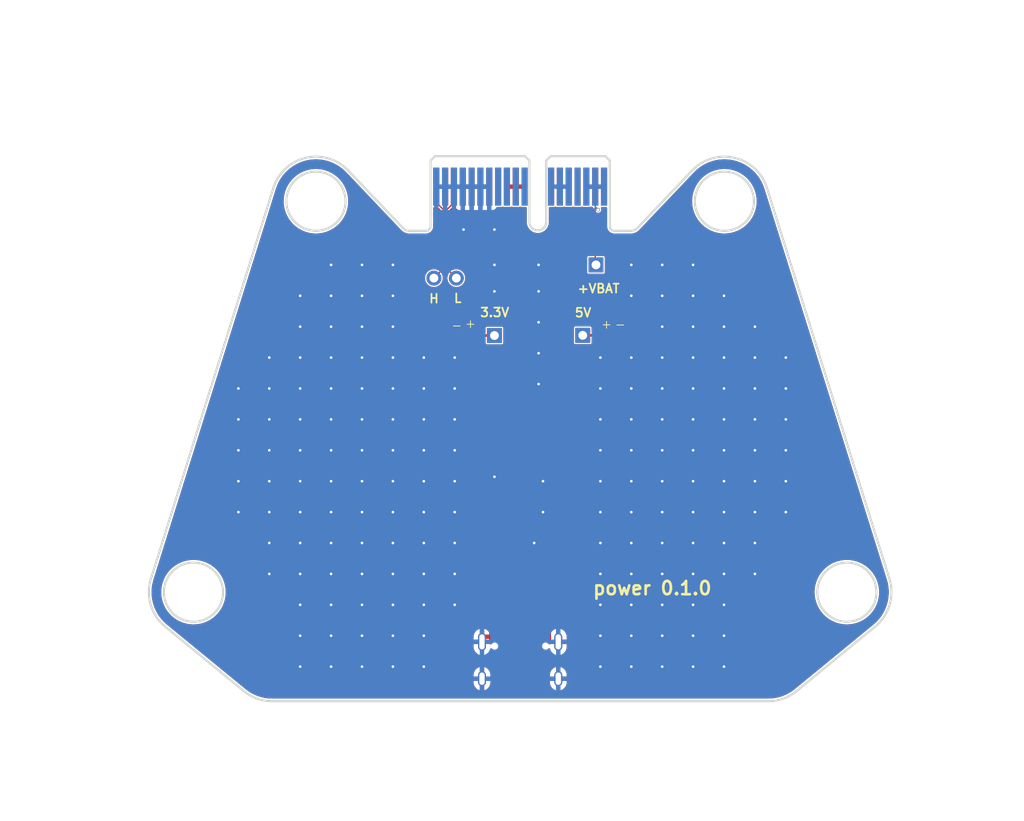
<source format=kicad_pcb>
(kicad_pcb (version 20240108) (generator "pcbnew") (generator_version "8.0")
  (layers (0 "F.Cu" signal) (31 "B.Cu" signal) (34 "B.Paste" user) (35 "F.Paste" user) (36 "B.SilkS" user "B.Silkscreen") (37 "F.SilkS" user "F.Silkscreen") (38 "B.Mask" user) (39 "F.Mask" user) (44 "Edge.Cuts" user))
  (net 0 "")
  (net 7 "GND")
  (net 8 "+3.3V")
  (net 9 "+5V")
  (net 10 "Net-(J6-CC1)")
  (net 11 "Net-(J6-CC2)")
  (net 14 "CANN")
  (net 15 "CANP")
  (net 19 "+BAT")
  (net 20 "Net-(D1-K)")
  (net 21 "Net-(D2-K)")
  (footprint "Connector_PinHeader_2.54mm:PinHeader_1x01_P2.54mm_Vertical" (layer "F.Cu") (at 153.5 80.98)
    (property "Reference" "TP1" (hide yes))
    (property "Value" "TestPoint" (hide yes))
    (pad "1" thru_hole rect (at 0 0) (size 1.7 1.7) (drill 1) (layers "*.Cu" "*.Mask") (net 9 "+5V"))
  )
  (footprint "Connector_USB:USB_C_Receptacle_Palconn_UTC16-G" (layer "F.Cu") (at 146.41 117.625)
    (property "Reference" "J6" (hide yes))
    (property "Value" "USB_C_Receptacle_USB2.0_16P" (hide yes))
    (pad "" np_thru_hole circle (at -2.89 -1.45 180) (size 0.6 0.6) (drill 0.6) (layers "*.Cu" "*.Mask"))
    (pad "" np_thru_hole circle (at 2.89 -1.45 180) (size 0.6 0.6) (drill 0.6) (layers "*.Cu" "*.Mask"))
    (pad "A1" smd rect (at -3.2 -2.51) (size 0.6 1.16) (layers "F.Cu" "F.Paste" "F.Mask") (net 7 "GND"))
    (pad "A4" smd rect (at -2.4 -2.51) (size 0.6 1.16) (layers "F.Cu" "F.Paste" "F.Mask") (net 9 "+5V"))
    (pad "A5" smd rect (at -1.25 -2.51 180) (size 0.3 1.16) (layers "F.Cu" "F.Paste" "F.Mask") (net 10 "Net-(J6-CC1)"))
    (pad "A6" smd rect (at -0.25 -2.51 180) (size 0.3 1.16) (layers "F.Cu" "F.Paste" "F.Mask"))
    (pad "A7" smd rect (at 0.25 -2.51 180) (size 0.3 1.16) (layers "F.Cu" "F.Paste" "F.Mask"))
    (pad "A8" smd rect (at 1.25 -2.51 180) (size 0.3 1.16) (layers "F.Cu" "F.Paste" "F.Mask"))
    (pad "A9" smd rect (at 2.4 -2.51) (size 0.6 1.16) (layers "F.Cu" "F.Paste" "F.Mask") (net 9 "+5V"))
    (pad "A12" smd rect (at 3.2 -2.51) (size 0.6 1.16) (layers "F.Cu" "F.Paste" "F.Mask") (net 7 "GND"))
    (pad "B1" smd rect (at 3.2 -2.51) (size 0.6 1.16) (layers "F.Cu" "F.Paste" "F.Mask") (net 7 "GND"))
    (pad "B4" smd rect (at 2.4 -2.51) (size 0.6 1.16) (layers "F.Cu" "F.Paste" "F.Mask") (net 9 "+5V"))
    (pad "B5" smd rect (at 1.75 -2.51 180) (size 0.3 1.16) (layers "F.Cu" "F.Paste" "F.Mask") (net 11 "Net-(J6-CC2)"))
    (pad "B6" smd rect (at 0.75 -2.51 180) (size 0.3 1.16) (layers "F.Cu" "F.Paste" "F.Mask"))
    (pad "B7" smd rect (at -0.75 -2.51 180) (size 0.3 1.16) (layers "F.Cu" "F.Paste" "F.Mask"))
    (pad "B8" smd rect (at -1.75 -2.51 180) (size 0.3 1.16) (layers "F.Cu" "F.Paste" "F.Mask"))
    (pad "B9" smd rect (at -2.4 -2.51) (size 0.6 1.16) (layers "F.Cu" "F.Paste" "F.Mask") (net 9 "+5V"))
    (pad "B12" smd rect (at -3.2 -2.51) (size 0.6 1.16) (layers "F.Cu" "F.Paste" "F.Mask") (net 7 "GND"))
    (pad "S1" thru_hole oval (at -4.32 -1.93 90) (size 2 0.9) (drill oval 1.7 0.6) (layers "*.Cu" "*.Mask") (net 7 "GND"))
    (pad "S1" thru_hole oval (at -4.32 2.24 90) (size 1.7 0.9) (drill oval 1.4 0.6) (layers "*.Cu" "*.Mask") (net 7 "GND"))
    (pad "S1" thru_hole oval (at 4.32 -1.93 90) (size 2 0.9) (drill oval 1.7 0.6) (layers "*.Cu" "*.Mask") (net 7 "GND"))
    (pad "S1" thru_hole oval (at 4.32 2.24 90) (size 1.7 0.9) (drill oval 1.4 0.6) (layers "*.Cu" "*.Mask") (net 7 "GND"))
  )
  (footprint "LED_SMD:LED_0603_1608Metric" (layer "F.Cu") (at 140 81)
    (property "Reference" "D1" (hide yes))
    (property "Value" "LED")
    (fp_text user "+" (at 0.101332 -0.76628 0) (layer "F.SilkS") (effects (font (thickness 0.1)) (justify left bottom)))
    (fp_text user "-" (at -1.458247 -0.570737 0) (layer "F.SilkS") (effects (font (thickness 0.1)) (justify left bottom)))
    (pad "1" smd roundrect (at -0.7875 0) (size 0.875 0.95) (layers "F.Cu" "F.Paste" "F.Mask") (net 20 "Net-(D1-K)"))
    (pad "2" smd roundrect (at 0.7875 0) (size 0.875 0.95) (layers "F.Cu" "F.Paste" "F.Mask") (net 8 "+3.3V"))
  )
  (footprint "Resistor_SMD:R_0402_1005Metric" (layer "F.Cu") (at 140 118 90)
    (property "Reference" "R3" (hide yes))
    (property "Value" "5.1k")
    (pad "1" smd roundrect (at -0.51 0 90) (size 0.54 0.64) (layers "F.Cu" "F.Paste" "F.Mask") (net 7 "GND"))
    (pad "2" smd roundrect (at 0.51 0 90) (size 0.54 0.64) (layers "F.Cu" "F.Paste" "F.Mask") (net 10 "Net-(J6-CC1)"))
  )
  (footprint "Connector_PinHeader_2.54mm:PinHeader_1x01_P2.54mm_Vertical" (layer "F.Cu") (at 155 73)
    (property "Reference" "TP3" (hide yes))
    (property "Value" "TestPoint" (hide yes))
    (pad "1" thru_hole rect (at 0 0) (size 1.7 1.7) (drill 1) (layers "*.Cu" "*.Mask") (net 19 "+BAT"))
  )
  (footprint "Resistor_SMD:R_0402_1005Metric" (layer "F.Cu") (at 153 117.99 -90)
    (property "Reference" "R4" (hide yes))
    (property "Value" "5.1k")
    (pad "1" smd roundrect (at -0.51 0 270) (size 0.54 0.64) (layers "F.Cu" "F.Paste" "F.Mask") (net 11 "Net-(J6-CC2)"))
    (pad "2" smd roundrect (at 0.51 0 270) (size 0.54 0.64) (layers "F.Cu" "F.Paste" "F.Mask") (net 7 "GND"))
  )
  (footprint "Resistor_SMD:R_0603_1608Metric" (layer "F.Cu") (at 160.175 80.98)
    (property "Reference" "R2" (hide yes))
    (property "Value" "150")
    (pad "1" smd roundrect (at -0.825 0) (size 0.8 0.95) (layers "F.Cu" "F.Paste" "F.Mask") (net 21 "Net-(D2-K)"))
    (pad "2" smd roundrect (at 0.825 0) (size 0.8 0.95) (layers "F.Cu" "F.Paste" "F.Mask") (net 7 "GND"))
  )
  (footprint "Connector_PinHeader_2.54mm:PinHeader_1x01_P2.54mm_Vertical" (layer "F.Cu") (at 143.5 81)
    (property "Reference" "TP2" (hide yes))
    (property "Value" "TestPoint" (hide yes))
    (pad "1" thru_hole rect (at 0 0) (size 1.7 1.7) (drill 1) (layers "*.Cu" "*.Mask") (net 8 "+3.3V"))
  )
  (footprint "Connector_PinHeader_2.54mm:PinHeader_1x02_P2.54mm_Vertical" (layer "F.Cu") (at 136.643 74.5 90)
    (property "Reference" "J2" (hide yes))
    (property "Value" "Conn_01x02_Pin" (hide yes))
    (pad "1" thru_hole circle (at 0 0 90) (size 1.7 1.7) (drill 1) (layers "*.Cu" "*.Mask") (net 15 "CANP"))
    (pad "2" thru_hole oval (at 0 2.54 90) (size 1.7 1.7) (drill 1) (layers "*.Cu" "*.Mask") (net 14 "CANN"))
  )
  (footprint "LED_SMD:LED_0603_1608Metric" (layer "F.Cu") (at 157 81 180)
    (property "Reference" "D2" (hide yes))
    (property "Value" "LED")
    (fp_text user "+" (at 0.119967 1.719536 180) (layer "F.SilkS") (effects (font (thickness 0.1)) (justify left bottom)))
    (fp_text user "-" (at -1.439612 1.695543 180) (layer "F.SilkS") (effects (font (thickness 0.1)) (justify left bottom)))
    (pad "1" smd roundrect (at -0.7875 0 180) (size 0.875 0.95) (layers "F.Cu" "F.Paste" "F.Mask") (net 21 "Net-(D2-K)"))
    (pad "2" smd roundrect (at 0.7875 0 180) (size 0.875 0.95) (layers "F.Cu" "F.Paste" "F.Mask") (net 9 "+5V"))
  )
  (footprint "Resistor_SMD:R_0603_1608Metric" (layer "F.Cu") (at 136.825 81.03 180)
    (property "Reference" "R1" (hide yes))
    (property "Value" "150")
    (pad "1" smd roundrect (at -0.825 0 180) (size 0.8 0.95) (layers "F.Cu" "F.Paste" "F.Mask") (net 20 "Net-(D1-K)"))
    (pad "2" smd roundrect (at 0.825 0 180) (size 0.8 0.95) (layers "F.Cu" "F.Paste" "F.Mask") (net 7 "GND"))
  )
  (footprint "Connector_PCBEdge:BUS_PCIexpress_x1" (layer "B.Cu") (at 136.913 64.138595)
    (property "Reference" "J1" (hide yes))
    (property "Value" "Bus_PCI_Express_x1" (hide yes))
    (fp_line (start -0.65 -2.95) (end -0.65 4.506267) (stroke (width 0.25)) (layer "Edge.Cuts"))
    (fp_line (start -0.15 -3.45) (end -0.65 -2.95) (stroke (width 0.25)) (layer "Edge.Cuts"))
    (fp_line (start 10.05 -3.45) (end -0.15 -3.45) (stroke (width 0.25)) (layer "Edge.Cuts"))
    (fp_line (start 10.05 -3.45) (end 10.55 -2.95) (stroke (width 0.25)) (layer "Edge.Cuts"))
    (fp_line (start 10.55 -2.95) (end 10.55 4) (stroke (width 0.25)) (layer "Edge.Cuts"))
    (fp_line (start 12.45 -2.95) (end 12.45 4) (stroke (width 0.25)) (layer "Edge.Cuts"))
    (fp_line (start 12.95 -3.45) (end 12.45 -2.95) (stroke (width 0.25)) (layer "Edge.Cuts"))
    (fp_line (start 19.15 -3.45) (end 12.95 -3.45) (stroke (width 0.25)) (layer "Edge.Cuts"))
    (fp_line (start 19.15 -3.45) (end 19.65 -2.95) (stroke (width 0.25)) (layer "Edge.Cuts"))
    (fp_line (start 19.65 -2.95) (end 19.65 4.506267) (stroke (width 0.25)) (layer "Edge.Cuts"))
    (fp_arc (start 12.45 4) (mid 11.5 4.95) (end 10.55 4) (stroke (width 0.25)) (layer "Edge.Cuts"))
    (pad "A1" connect rect (at 0 0) (size 0.7 4.3) (layers "F.Cu" "F.Mask") (net 15 "CANP"))
    (pad "A2" connect rect (at 1 0) (size 0.7 4.3) (layers "F.Cu" "F.Mask"))
    (pad "A3" connect rect (at 2 0) (size 0.7 4.3) (layers "F.Cu" "F.Mask") (net 14 "CANN"))
    (pad "A4" connect rect (at 3 0) (size 0.7 4.3) (layers "F.Cu" "F.Mask") (net 7 "GND"))
    (pad "A5" connect rect (at 4 0) (size 0.7 4.3) (layers "F.Cu" "F.Mask") (net 7 "GND"))
    (pad "A6" connect rect (at 5 0) (size 0.7 4.3) (layers "F.Cu" "F.Mask") (net 7 "GND"))
    (pad "A7" connect rect (at 6 0) (size 0.7 4.3) (layers "F.Cu" "F.Mask") (net 7 "GND"))
    (pad "A8" connect rect (at 7 0) (size 0.7 4.3) (layers "F.Cu" "F.Mask"))
    (pad "A9" connect rect (at 8 0) (size 0.7 4.3) (layers "F.Cu" "F.Mask") (net 8 "+3.3V"))
    (pad "A10" connect rect (at 9 0) (size 0.7 4.3) (layers "F.Cu" "F.Mask") (net 8 "+3.3V"))
    (pad "A11" connect rect (at 10 0) (size 0.7 4.3) (layers "F.Cu" "F.Mask") (net 8 "+3.3V"))
    (pad "A12" connect rect (at 13 0) (size 0.7 4.3) (layers "F.Cu" "F.Mask") (net 9 "+5V"))
    (pad "A13" connect rect (at 14 0) (size 0.7 4.3) (layers "F.Cu" "F.Mask") (net 9 "+5V"))
    (pad "A14" connect rect (at 15 0) (size 0.7 4.3) (layers "F.Cu" "F.Mask") (net 9 "+5V"))
    (pad "A15" connect rect (at 16 0) (size 0.7 4.3) (layers "F.Cu" "F.Mask"))
    (pad "A16" connect rect (at 17 0) (size 0.7 4.3) (layers "F.Cu" "F.Mask") (net 19 "+BAT"))
    (pad "A17" connect rect (at 18 0) (size 0.7 4.3) (layers "F.Cu" "F.Mask") (net 19 "+BAT"))
    (pad "A18" connect rect (at 19 0) (size 0.7 4.3) (layers "F.Cu" "F.Mask") (net 19 "+BAT"))
    (pad "B1" connect rect (at 0 0) (size 0.7 4.3) (layers "B.Cu" "B.Mask") (net 7 "GND"))
    (pad "B2" connect rect (at 1 0) (size 0.7 4.3) (layers "B.Cu" "B.Mask") (net 7 "GND"))
    (pad "B3" connect rect (at 2 0) (size 0.7 4.3) (layers "B.Cu" "B.Mask") (net 7 "GND"))
    (pad "B4" connect rect (at 3 0) (size 0.7 4.3) (layers "B.Cu" "B.Mask") (net 7 "GND"))
    (pad "B5" connect rect (at 4 0) (size 0.7 4.3) (layers "B.Cu" "B.Mask") (net 7 "GND"))
    (pad "B6" connect rect (at 5 0) (size 0.7 4.3) (layers "B.Cu" "B.Mask") (net 7 "GND"))
    (pad "B7" connect rect (at 6 0) (size 0.7 4.3) (layers "B.Cu" "B.Mask") (net 7 "GND"))
    (pad "B8" connect rect (at 7 0) (size 0.7 4.3) (layers "B.Cu" "B.Mask"))
    (pad "B9" connect rect (at 8 0) (size 0.7 4.3) (layers "B.Cu" "B.Mask") (net 8 "+3.3V"))
    (pad "B10" connect rect (at 9 0) (size 0.7 4.3) (layers "B.Cu" "B.Mask") (net 8 "+3.3V"))
    (pad "B11" connect rect (at 10 0) (size 0.7 4.3) (layers "B.Cu" "B.Mask") (net 8 "+3.3V"))
    (pad "B12" connect rect (at 13 0) (size 0.7 4.3) (layers "B.Cu" "B.Mask") (net 9 "+5V"))
    (pad "B13" connect rect (at 14 0) (size 0.7 4.3) (layers "B.Cu" "B.Mask") (net 9 "+5V"))
    (pad "B14" connect rect (at 15 0) (size 0.7 4.3) (layers "B.Cu" "B.Mask") (net 9 "+5V"))
    (pad "B15" connect rect (at 16 0) (size 0.7 4.3) (layers "B.Cu" "B.Mask"))
    (pad "B16" connect rect (at 17 0) (size 0.7 4.3) (layers "B.Cu" "B.Mask") (net 19 "+BAT"))
    (pad "B17" connect rect (at 18 0) (size 0.7 4.3) (layers "B.Cu" "B.Mask") (net 19 "+BAT"))
    (pad "B18" connect rect (at 19 0) (size 0.7 4.3) (layers "B.Cu" "B.Mask") (net 19 "+BAT"))
  )
  (gr_line (start 118.464529 64.282339) (end 104.593785 108.557478) (stroke (width 0.25)) (layer "Edge.Cuts"))
  (gr_line (start 133.14799 68.834133) (end 126.942317 62.311255) (stroke (width 0.25)) (layer "Edge.Cuts"))
  (gr_arc (start 157.070952 69.144862) (mid 156.717428 68.998403) (end 156.570952 68.644862) (stroke (width 0.25)) (layer "Edge.Cuts"))
  (gr_arc (start 106.210207 113.971788) (mid 104.57385 111.511867) (end 104.593785 108.557478) (stroke (width 0.25)) (layer "Edge.Cuts"))
  (gr_arc (start 118.464529 64.282339) (mid 122.139956 60.87328) (end 126.942317 62.311255) (stroke (width 0.25)) (layer "Edge.Cuts"))
  (gr_line (start 159.678621 68.834133) (end 165.884293 62.311255) (stroke (width 0.25)) (layer "Edge.Cuts"))
  (gr_line (start 158.954117 69.144862) (end 157.070952 69.144862) (stroke (width 0.25)) (layer "Edge.Cuts"))
  (gr_arc (start 177.714704 121.27317) (mid 176.212727 122.123624) (end 174.512081 122.418595) (stroke (width 0.25)) (layer "Edge.Cuts"))
  (gr_circle (center 183.41378 110.067214) (end 180.06378 110.067214) (stroke (width 0.25)) (fill none) (layer "Edge.Cuts"))
  (gr_arc (start 188.232825 108.557478) (mid 188.252725 111.511859) (end 186.616403 113.971788) (stroke (width 0.25)) (layer "Edge.Cuts"))
  (gr_circle (center 169.543036 65.792075) (end 166.193036 65.792075) (stroke (width 0.25)) (fill none) (layer "Edge.Cuts"))
  (gr_line (start 174.512081 122.418595) (end 118.314529 122.418595) (stroke (width 0.25)) (layer "Edge.Cuts"))
  (gr_arc (start 118.314529 122.418595) (mid 116.613891 122.123609) (end 115.111906 121.27317) (stroke (width 0.25)) (layer "Edge.Cuts"))
  (gr_circle (center 123.283575 65.792075) (end 119.933575 65.792075) (stroke (width 0.25)) (fill none) (layer "Edge.Cuts"))
  (gr_circle (center 109.41283 110.067214) (end 106.06283 110.067214) (stroke (width 0.25)) (fill none) (layer "Edge.Cuts"))
  (gr_arc (start 133.872493 69.144862) (mid 133.478329 69.063905) (end 133.14799 68.834133) (stroke (width 0.25)) (layer "Edge.Cuts"))
  (gr_line (start 186.616403 113.971788) (end 177.714704 121.27317) (stroke (width 0.25)) (layer "Edge.Cuts"))
  (gr_arc (start 159.678621 68.834133) (mid 159.348285 69.063922) (end 158.954117 69.144862) (stroke (width 0.25)) (layer "Edge.Cuts"))
  (gr_line (start 106.210207 113.971788) (end 115.111906 121.27317) (stroke (width 0.25)) (layer "Edge.Cuts"))
  (gr_arc (start 136.255658 68.644862) (mid 136.109222 68.998429) (end 135.755658 69.144862) (stroke (width 0.25)) (layer "Edge.Cuts"))
  (gr_line (start 174.362081 64.282339) (end 188.232825 108.557478) (stroke (width 0.25)) (layer "Edge.Cuts"))
  (gr_line (start 133.872493 69.144862) (end 135.755658 69.144862) (stroke (width 0.25)) (layer "Edge.Cuts"))
  (gr_arc (start 165.884293 62.311255) (mid 170.68666 60.873267) (end 174.362081 64.282339) (stroke (width 0.25)) (layer "Edge.Cuts"))
  (gr_text "3.3V" (at 141.775755 78.971844 0) (layer "F.SilkS") (effects (font (size 1 1) (thickness 0.2) (bold yes)) (justify left bottom)))
  (gr_text "+VBAT" (at 152.811699 76.263155 0) (layer "F.SilkS") (effects (font (size 1 1) (thickness 0.2) (bold yes)) (justify left bottom)))
  (gr_text "H" (at 135.995368 77.413627 0) (layer "F.SilkS") (effects (font (size 1 1) (thickness 0.2) (bold yes)) (justify left bottom)))
  (gr_text "power 0.1.0" (at 154.5 110.5 0) (layer "F.SilkS") (effects (font (size 1.5 1.5) (thickness 0.3) (bold yes)) (justify left bottom)))
  (gr_text "L" (at 138.810245 77.369645 0) (layer "F.SilkS") (effects (font (size 1 1) (thickness 0.2) (bold yes)) (justify left bottom)))
  (gr_text "5V" (at 152.5 79 0) (layer "F.SilkS") (effects (font (size 1 1) (thickness 0.2) (bold yes)) (justify left bottom)))
  (segment (start 142.913 64.138595) (end 139.913 64.138595) (width 0.5) (layer "F.Cu") (net 7))
  (via (at 166 97.5) (size 0.4) (drill 0.3) (layers "F.Cu" "B.Cu") (net 7))
  (via (at 143.5 73) (size 0.4) (drill 0.3) (layers "F.Cu" "B.Cu") (net 7))
  (via (at 169.5 94) (size 0.4) (drill 0.3) (layers "F.Cu" "B.Cu") (net 7))
  (via (at 159 87) (size 0.4) (drill 0.3) (layers "F.Cu" "B.Cu") (net 7))
  (via (at 162.5 101) (size 0.4) (drill 0.3) (layers "F.Cu" "B.Cu") (net 7))
  (via (at 128.5 108) (size 0.4) (drill 0.3) (layers "F.Cu" "B.Cu") (net 7))
  (via (at 155.5 90.5) (size 0.4) (drill 0.3) (layers "F.Cu" "B.Cu") (net 7))
  (via (at 135.5 111.5) (size 0.4) (drill 0.3) (layers "F.Cu" "B.Cu") (net 7))
  (via (at 132 118.5) (size 0.4) (drill 0.3) (layers "F.Cu" "B.Cu") (net 7))
  (via (at 118 87) (size 0.4) (drill 0.3) (layers "F.Cu" "B.Cu") (net 7))
  (via (at 121.5 83.5) (size 0.4) (drill 0.3) (layers "F.Cu" "B.Cu") (net 7))
  (via (at 121.5 101) (size 0.4) (drill 0.3) (layers "F.Cu" "B.Cu") (net 7))
  (via (at 118 90.5) (size 0.4) (drill 0.3) (layers "F.Cu" "B.Cu") (net 7))
  (via (at 159 83.5) (size 0.4) (drill 0.3) (layers "F.Cu" "B.Cu") (net 7))
  (via (at 176.5 101) (size 0.4) (drill 0.3) (layers "F.Cu" "B.Cu") (net 7))
  (via (at 135.5 94) (size 0.4) (drill 0.3) (layers "F.Cu" "B.Cu") (net 7))
  (via (at 118 101) (size 0.4) (drill 0.3) (layers "F.Cu" "B.Cu") (net 7))
  (via (at 132 87) (size 0.4) (drill 0.3) (layers "F.Cu" "B.Cu") (net 7))
  (via (at 132 76.5) (size 0.4) (drill 0.3) (layers "F.Cu" "B.Cu") (net 7))
  (via (at 139 87) (size 0.4) (drill 0.3) (layers "F.Cu" "B.Cu") (net 7))
  (via (at 125 101) (size 0.4) (drill 0.3) (layers "F.Cu" "B.Cu") (net 7))
  (via (at 166 115) (size 0.4) (drill 0.3) (layers "F.Cu" "B.Cu") (net 7))
  (via (at 166 80) (size 0.4) (drill 0.3) (layers "F.Cu" "B.Cu") (net 7))
  (via (at 162.5 80) (size 0.4) (drill 0.3) (layers "F.Cu" "B.Cu") (net 7))
  (via (at 166 73) (size 0.4) (drill 0.3) (layers "F.Cu" "B.Cu") (net 7))
  (via (at 149 101) (size 0.4) (drill 0.3) (layers "F.Cu" "B.Cu") (net 7))
  (via (at 173 90.5) (size 0.4) (drill 0.3) (layers "F.Cu" "B.Cu") (net 7))
  (via (at 162.5 108) (size 0.4) (drill 0.3) (layers "F.Cu" "B.Cu") (net 7))
  (via (at 155.5 104.5) (size 0.4) (drill 0.3) (layers "F.Cu" "B.Cu") (net 7))
  (via (at 148.5 79.5) (size 0.4) (drill 0.3) (layers "F.Cu" "B.Cu") (net 7))
  (via (at 128.5 80) (size 0.4) (drill 0.3) (layers "F.Cu" "B.Cu") (net 7))
  (via (at 114.5 101) (size 0.4) (drill 0.3) (layers "F.Cu" "B.Cu") (net 7))
  (via (at 166 76.5) (size 0.4) (drill 0.3) (layers "F.Cu" "B.Cu") (net 7))
  (via (at 162.5 90.5) (size 0.4) (drill 0.3) (layers "F.Cu" "B.Cu") (net 7))
  (via (at 132 115) (size 0.4) (drill 0.3) (layers "F.Cu" "B.Cu") (net 7))
  (via (at 125 90.5) (size 0.4) (drill 0.3) (layers "F.Cu" "B.Cu") (net 7))
  (via (at 169.5 87) (size 0.4) (drill 0.3) (layers "F.Cu" "B.Cu") (net 7))
  (via (at 128.5 101) (size 0.4) (drill 0.3) (layers "F.Cu" "B.Cu") (net 7))
  (via (at 135.5 115) (size 0.4) (drill 0.3) (layers "F.Cu" "B.Cu") (net 7))
  (via (at 159 94) (size 0.4) (drill 0.3) (layers "F.Cu" "B.Cu") (net 7))
  (via (at 135.5 97.5) (size 0.4) (drill 0.3) (layers "F.Cu" "B.Cu") (net 7))
  (via (at 121.5 97.5) (size 0.4) (drill 0.3) (layers "F.Cu" "B.Cu") (net 7))
  (via (at 155.5 108) (size 0.4) (drill 0.3) (layers "F.Cu" "B.Cu") (net 7))
  (via (at 155.5 94) (size 0.4) (drill 0.3) (layers "F.Cu" "B.Cu") (net 7))
  (via (at 128.5 87) (size 0.4) (drill 0.3) (layers "F.Cu" "B.Cu") (net 7))
  (via (at 125 83.5) (size 0.4) (drill 0.3) (layers "F.Cu" "B.Cu") (net 7))
  (via (at 169.5 104.5) (size 0.4) (drill 0.3) (layers "F.Cu" "B.Cu") (net 7))
  (via (at 162.5 76.5) (size 0.4) (drill 0.3) (layers "F.Cu" "B.Cu") (net 7))
  (via (at 173 104.5) (size 0.4) (drill 0.3) (layers "F.Cu" "B.Cu") (net 7))
  (via (at 169.5 80) (size 0.4) (drill 0.3) (layers "F.Cu" "B.Cu") (net 7))
  (via (at 155.5 111.5) (size 0.4) (drill 0.3) (layers "F.Cu" "B.Cu") (net 7))
  (via (at 135.5 87) (size 0.4) (drill 0.3) (layers "F.Cu" "B.Cu") (net 7))
  (via (at 148.5 86.5) (size 0.4) (drill 0.3) (layers "F.Cu" "B.Cu") (net 7))
  (via (at 162.5 97.5) (size 0.4) (drill 0.3) (layers "F.Cu" "B.Cu") (net 7))
  (via (at 139 111.5) (size 0.4) (drill 0.3) (layers "F.Cu" "B.Cu") (net 7))
  (via (at 159 73) (size 0.4) (drill 0.3) (layers "F.Cu" "B.Cu") (net 7))
  (via (at 166 87) (size 0.4) (drill 0.3) (layers "F.Cu" "B.Cu") (net 7))
  (via (at 132 80) (size 0.4) (drill 0.3) (layers "F.Cu" "B.Cu") (net 7))
  (via (at 155.5 87) (size 0.4) (drill 0.3) (layers "F.Cu" "B.Cu") (net 7))
  (via (at 121.5 111.5) (size 0.4) (drill 0.3) (layers "F.Cu" "B.Cu") (net 7))
  (via (at 135.5 101) (size 0.4) (drill 0.3) (layers "F.Cu" "B.Cu") (net 7))
  (via (at 169.5 83.5) (size 0.4) (drill 0.3) (layers "F.Cu" "B.Cu") (net 7))
  (via (at 155.5 118.5) (size 0.4) (drill 0.3) (layers "F.Cu" "B.Cu") (net 7))
  (via (at 149 97.5) (size 0.4) (drill 0.3) (layers "F.Cu" "B.Cu") (net 7))
  (via (at 173 87) (size 0.4) (drill 0.3) (layers "F.Cu" "B.Cu") (net 7))
  (via (at 128.5 104.5) (size 0.4) (drill 0.3) (layers "F.Cu" "B.Cu") (net 7))
  (via (at 159 97.5) (size 0.4) (drill 0.3) (layers "F.Cu" "B.Cu") (net 7))
  (via (at 169.5 76.5) (size 0.4) (drill 0.3) (layers "F.Cu" "B.Cu") (net 7))
  (via (at 166 90.5) (size 0.4) (drill 0.3) (layers "F.Cu" "B.Cu") (net 7))
  (via (at 121.5 76.5) (size 0.4) (drill 0.3) (layers "F.Cu" "B.Cu") (net 7))
  (via (at 125 73) (size 0.4) (drill 0.3) (layers "F.Cu" "B.Cu") (net 7))
  (via (at 148.5 83) (size 0.4) (drill 0.3) (layers "F.Cu" "B.Cu") (net 7))
  (via (at 159 76.5) (size 0.4) (drill 0.3) (layers "F.Cu" "B.Cu") (net 7))
  (via (at 128.5 90.5) (size 0.4) (drill 0.3) (layers "F.Cu" "B.Cu") (net 7))
  (via (at 128.5 83.5) (size 0.4) (drill 0.3) (layers "F.Cu" "B.Cu") (net 7))
  (via (at 173 97.5) (size 0.4) (drill 0.3) (layers "F.Cu" "B.Cu") (net 7))
  (via (at 159 118.5) (size 0.4) (drill 0.3) (layers "F.Cu" "B.Cu") (net 7))
  (via (at 132 94) (size 0.4) (drill 0.3) (layers "F.Cu" "B.Cu") (net 7))
  (via (at 132 101) (size 0.4) (drill 0.3) (layers "F.Cu" "B.Cu") (net 7))
  (via (at 118 97.5) (size 0.4) (drill 0.3) (layers "F.Cu" "B.Cu") (net 7))
  (via (at 128.5 76.5) (size 0.4) (drill 0.3) (layers "F.Cu" "B.Cu") (net 7))
  (via (at 118 94) (size 0.4) (drill 0.3) (layers "F.Cu" "B.Cu") (net 7))
  (via (at 162.5 94) (size 0.4) (drill 0.3) (layers "F.Cu" "B.Cu") (net 7))
  (via (at 114.5 97.5) (size 0.4) (drill 0.3) (layers "F.Cu" "B.Cu") (net 7))
  (via (at 173 94) (size 0.4) (drill 0.3) (layers "F.Cu" "B.Cu") (net 7))
  (via (at 159 108) (size 0.4) (drill 0.3) (layers "F.Cu" "B.Cu") (net 7))
  (via (at 128.5 94) (size 0.4) (drill 0.3) (layers "F.Cu" "B.Cu") (net 7))
  (via (at 159 115) (size 0.4) (drill 0.3) (layers "F.Cu" "B.Cu") (net 7))
  (via (at 166 111.5) (size 0.4) (drill 0.3) (layers "F.Cu" "B.Cu") (net 7))
  (via (at 139 104.5) (size 0.4) (drill 0.3) (layers "F.Cu" "B.Cu") (net 7))
  (via (at 139 90.5) (size 0.4) (drill 0.3) (layers "F.Cu" "B.Cu") (net 7))
  (via (at 143.5 76) (size 0.4) (drill 0.3) (layers "F.Cu" "B.Cu") (net 7))
  (via (at 162.5 115) (size 0.4) (drill 0.3) (layers "F.Cu" "B.Cu") (net 7))
  (via (at 148 104.5) (size 0.4) (drill 0.3) (layers "F.Cu" "B.Cu") (net 7))
  (via (at 121.5 94) (size 0.4) (drill 0.3) (layers "F.Cu" "B.Cu") (net 7))
  (via (at 125 87) (size 0.4) (drill 0.3) (layers "F.Cu" "B.Cu") (net 7))
  (via (at 121.5 115) (size 0.4) (drill 0.3) (layers "F.Cu" "B.Cu") (net 7))
  (via (at 121.5 80) (size 0.4) (drill 0.3) (layers "F.Cu" "B.Cu") (net 7))
  (via (at 125 76.5) (size 0.4) (drill 0.3) (layers "F.Cu" "B.Cu") (net 7))
  (via (at 176.5 97.5) (size 0.4) (drill 0.3) (layers "F.Cu" "B.Cu") (net 7))
  (via (at 169.5 101) (size 0.4) (drill 0.3) (layers "F.Cu" "B.Cu") (net 7))
  (via (at 173 101) (size 0.4) (drill 0.3) (layers "F.Cu" "B.Cu") (net 7))
  (via (at 121.5 90.5) (size 0.4) (drill 0.3) (layers "F.Cu" "B.Cu") (net 7))
  (via (at 125 94) (size 0.4) (drill 0.3) (layers "F.Cu" "B.Cu") (net 7))
  (via (at 125 108) (size 0.4) (drill 0.3) (layers "F.Cu" "B.Cu") (net 7))
  (via (at 159 101) (size 0.4) (drill 0.3) (layers "F.Cu" "B.Cu") (net 7))
  (via (at 166 83.5) (size 0.4) (drill 0.3) (layers "F.Cu" "B.Cu") (net 7))
  (via (at 135.5 118.5) (size 0.4) (drill 0.3) (layers "F.Cu" "B.Cu") (net 7))
  (via (at 132 104.5) (size 0.4) (drill 0.3) (layers "F.Cu" "B.Cu") (net 7))
  (via (at 139 108) (size 0.4) (drill 0.3) (layers "F.Cu" "B.Cu") (net 7))
  (via (at 121.5 87) (size 0.4) (drill 0.3) (layers "F.Cu" "B.Cu") (net 7))
  (via (at 166 118.5) (size 0.4) (drill 0.3) (layers "F.Cu" "B.Cu") (net 7))
  (via (at 132 111.5) (size 0.4) (drill 0.3) (layers "F.Cu" "B.Cu") (net 7))
  (via (at 162.5 83.5) (size 0.4) (drill 0.3) (layers "F.Cu" "B.Cu") (net 7))
  (via (at 128.5 97.5) (size 0.4) (drill 0.3) (layers "F.Cu" "B.Cu") (net 7))
  (via (at 166 108) (size 0.4) (drill 0.3) (layers "F.Cu" "B.Cu") (net 7))
  (via (at 162.5 73) (size 0.4) (drill 0.3) (layers "F.Cu" "B.Cu") (net 7))
  (via (at 114.5 94) (size 0.4) (drill 0.3) (layers "F.Cu" "B.Cu") (net 7))
  (via (at 173 108) (size 0.4) (drill 0.3) (layers "F.Cu" "B.Cu") (net 7))
  (via (at 125 104.5) (size 0.4) (drill 0.3) (layers "F.Cu" "B.Cu") (net 7))
  (via (at 176.5 94) (size 0.4) (drill 0.3) (layers "F.Cu" "B.Cu") (net 7))
  (via (at 121.5 118.5) (size 0.4) (drill 0.3) (layers "F.Cu" "B.Cu") (net 7))
  (via (at 139 101) (size 0.4) (drill 0.3) (layers "F.Cu" "B.Cu") (net 7))
  (via (at 125 111.5) (size 0.4) (drill 0.3) (layers "F.Cu" "B.Cu") (net 7))
  (via (at 132 83.5) (size 0.4) (drill 0.3) (layers "F.Cu" "B.Cu") (net 7))
  (via (at 173 83.5) (size 0.4) (drill 0.3) (layers "F.Cu" "B.Cu") (net 7))
  (via (at 148.5 76) (size 0.4) (drill 0.3) (layers "F.Cu" "B.Cu") (net 7))
  (via (at 121.5 104.5) (size 0.4) (drill 0.3) (layers "F.Cu" "B.Cu") (net 7))
  (via (at 128.5 73) (size 0.4) (drill 0.3) (layers "F.Cu" "B.Cu") (net 7))
  (via (at 169.5 108) (size 0.4) (drill 0.3) (layers "F.Cu" "B.Cu") (net 7))
  (via (at 162.5 87) (size 0.4) (drill 0.3) (layers "F.Cu" "B.Cu") (net 7))
  (via (at 155.5 101) (size 0.4) (drill 0.3) (layers "F.Cu" "B.Cu") (net 7))
  (via (at 125 80) (size 0.4) (drill 0.3) (layers "F.Cu" "B.Cu") (net 7))
  (via (at 135.5 83.5) (size 0.4) (drill 0.3) (layers "F.Cu" "B.Cu") (net 7))
  (via (at 125 115) (size 0.4) (drill 0.3) (layers "F.Cu" "B.Cu") (net 7))
  (via (at 139 97.5) (size 0.4) (drill 0.3) (layers "F.Cu" "B.Cu") (net 7))
  (via (at 159 104.5) (size 0.4) (drill 0.3) (layers "F.Cu" "B.Cu") (net 7))
  (via (at 128.5 115) (size 0.4) (drill 0.3) (layers "F.Cu" "B.Cu") (net 7))
  (via (at 118 108) (size 0.4) (drill 0.3) (layers "F.Cu" "B.Cu") (net 7))
  (via (at 135.5 104.5) (size 0.4) (drill 0.3) (layers "F.Cu" "B.Cu") (net 7))
  (via (at 143.5 69) (size 0.4) (drill 0.3) (layers "F.Cu" "B.Cu") (net 7))
  (via (at 132 73) (size 0.4) (drill 0.3) (layers "F.Cu" "B.Cu") (net 7))
  (via (at 148.5 73) (size 0.4) (drill 0.3) (layers "F.Cu" "B.Cu") (net 7))
  (via (at 132 108) (size 0.4) (drill 0.3) (layers "F.Cu" "B.Cu") (net 7))
  (via (at 155.5 97.5) (size 0.4) (drill 0.3) (layers "F.Cu" "B.Cu") (net 7))
  (via (at 162.5 104.5) (size 0.4) (drill 0.3) (layers "F.Cu" "B.Cu") (net 7))
  (via (at 176.5 87) (size 0.4) (drill 0.3) (layers "F.Cu" "B.Cu") (net 7))
  (via (at 118 83.5) (size 0.4) (drill 0.3) (layers "F.Cu" "B.Cu") (net 7))
  (via (at 173 80) (size 0.4) (drill 0.3) (layers "F.Cu" "B.Cu") (net 7))
  (via (at 135.5 90.5) (size 0.4) (drill 0.3) (layers "F.Cu" "B.Cu") (net 7))
  (via (at 135.5 108) (size 0.4) (drill 0.3) (layers "F.Cu" "B.Cu") (net 7))
  (via (at 176.5 83.5) (size 0.4) (drill 0.3) (layers "F.Cu" "B.Cu") (net 7))
  (via (at 176.5 90.5) (size 0.4) (drill 0.3) (layers "F.Cu" "B.Cu") (net 7))
  (via (at 169.5 90.5) (size 0.4) (drill 0.3) (layers "F.Cu" "B.Cu") (net 7))
  (via (at 132 97.5) (size 0.4) (drill 0.3) (layers "F.Cu" "B.Cu") (net 7))
  (via (at 118 104.5) (size 0.4) (drill 0.3) (layers "F.Cu" "B.Cu") (net 7))
  (via (at 132 90.5) (size 0.4) (drill 0.3) (layers "F.Cu" "B.Cu") (net 7))
  (via (at 139 94) (size 0.4) (drill 0.3) (layers "F.Cu" "B.Cu") (net 7))
  (via (at 159 111.5) (size 0.4) (drill 0.3) (layers "F.Cu" "B.Cu") (net 7))
  (via (at 125 97.5) (size 0.4) (drill 0.3) (layers "F.Cu" "B.Cu") (net 7))
  (via (at 128.5 118.5) (size 0.4) (drill 0.3) (layers "F.Cu" "B.Cu") (net 7))
  (via (at 166 104.5) (size 0.4) (drill 0.3) (layers "F.Cu" "B.Cu") (net 7))
  (via (at 166 101) (size 0.4) (drill 0.3) (layers "F.Cu" "B.Cu") (net 7))
  (via (at 155.5 115) (size 0.4) (drill 0.3) (layers "F.Cu" "B.Cu") (net 7))
  (via (at 140 69) (size 0.4) (drill 0.3) (layers "F.Cu" "B.Cu") (net 7))
  (via (at 169.5 97.5) (size 0.4) (drill 0.3) (layers "F.Cu" "B.Cu") (net 7))
  (via (at 121.5 108) (size 0.4) (drill 0.3) (layers "F.Cu" "B.Cu") (net 7))
  (via (at 162.5 118.5) (size 0.4) (drill 0.3) (layers "F.Cu" "B.Cu") (net 7))
  (via (at 143.5 97) (size 0.4) (drill 0.3) (layers "F.Cu" "B.Cu") (net 7))
  (via (at 155.5 83.5) (size 0.4) (drill 0.3) (layers "F.Cu" "B.Cu") (net 7))
  (via (at 159 90.5) (size 0.4) (drill 0.3) (layers "F.Cu" "B.Cu") (net 7))
  (via (at 169.5 118.5) (size 0.4) (drill 0.3) (layers "F.Cu" "B.Cu") (net 7))
  (via (at 169.5 111.5) (size 0.4) (drill 0.3) (layers "F.Cu" "B.Cu") (net 7))
  (via (at 114.5 90.5) (size 0.4) (drill 0.3) (layers "F.Cu" "B.Cu") (net 7))
  (via (at 162.5 111.5) (size 0.4) (drill 0.3) (layers "F.Cu" "B.Cu") (net 7))
  (via (at 114.5 87) (size 0.4) (drill 0.3) (layers "F.Cu" "B.Cu") (net 7))
  (via (at 169.5 115) (size 0.4) (drill 0.3) (layers "F.Cu" "B.Cu") (net 7))
  (via (at 139 83.5) (size 0.4) (drill 0.3) (layers "F.Cu" "B.Cu") (net 7))
  (via (at 125 118.5) (size 0.4) (drill 0.3) (layers "F.Cu" "B.Cu") (net 7))
  (via (at 166 94) (size 0.4) (drill 0.3) (layers "F.Cu" "B.Cu") (net 7))
  (via (at 128.5 111.5) (size 0.4) (drill 0.3) (layers "F.Cu" "B.Cu") (net 7))
  (segment (start 142.913 64.138595) (end 136.913 64.138595) (width 0.5) (layer "B.Cu") (net 7))
  (segment (start 144.918787 64.144382) (end 144.913 64.138595) (width 0.5) (layer "F.Cu") (net 8))
  (segment (start 144 81) (end 140.7875 81) (width 0.3) (layer "F.Cu") (net 8))
  (segment (start 144.913 64.138595) (end 146.913 64.138595) (width 0.5) (layer "F.Cu") (net 8))
  (segment (start 153.5 80.98) (end 156.1925 80.98) (width 0.3) (layer "F.Cu") (net 9))
  (segment (start 156.1925 80.98) (end 156.2125 81) (width 0.3) (layer "F.Cu") (net 9))
  (segment (start 151.913 64.138595) (end 149.963 64.138595) (width 0.5) (layer "B.Cu") (net 9))
  (segment (start 145.16 115.845) (end 143.515 117.49) (width 0.15) (layer "F.Cu") (net 10))
  (segment (start 145.16 115.115) (end 145.16 115.845) (width 0.15) (layer "F.Cu") (net 10))
  (segment (start 143.515 117.49) (end 140 117.49) (width 0.15) (layer "F.Cu") (net 10))
  (segment (start 148.16 115.845) (end 149.795 117.48) (width 0.15) (layer "F.Cu") (net 11))
  (segment (start 148.16 115.115) (end 148.16 115.845) (width 0.15) (layer "F.Cu") (net 11))
  (segment (start 149.795 117.48) (end 153 117.48) (width 0.15) (layer "F.Cu") (net 11))
  (segment (start 138.0593 66.792295) (end 138.913 65.938595) (width 0.16) (layer "F.Cu") (net 14))
  (segment (start 139.183 74.5) (end 138.0593 73.3763) (width 0.16) (layer "F.Cu") (net 14))
  (segment (start 138.0593 73.3763) (end 138.0593 66.792295) (width 0.16) (layer "F.Cu") (net 14))
  (segment (start 138.913 65.938595) (end 138.913 64.138595) (width 0.16) (layer "F.Cu") (net 14))
  (segment (start 137.7667 73.3763) (end 137.7667 66.792295) (width 0.16) (layer "F.Cu") (net 15))
  (segment (start 137.7667 66.792295) (end 136.913 65.938595) (width 0.16) (layer "F.Cu") (net 15))
  (segment (start 136.913 65.938595) (end 136.913 64.138595) (width 0.16) (layer "F.Cu") (net 15))
  (segment (start 136.643 74.5) (end 137.7667 73.3763) (width 0.16) (layer "F.Cu") (net 15))
  (segment (start 155.913 64.138595) (end 153.913 64.138595) (width 0.5) (layer "F.Cu") (net 19))
  (segment (start 154.913 72.913) (end 155 73) (width 0.15) (layer "F.Cu") (net 19))
  (segment (start 154.913 64.138595) (end 154.913 72.913) (width 0.15) (layer "F.Cu") (net 19))
  (segment (start 154.913 66.413) (end 155.25 66.75) (width 0.15) (layer "F.Cu") (net 19))
  (segment (start 154.913 64.138595) (end 154.913 66.413) (width 0.15) (layer "F.Cu") (net 19))
  (via (at 155.25 66.75) (size 0.4) (drill 0.3) (layers "F.Cu" "B.Cu") (net 19))
  (segment (start 155.913 64.138595) (end 153.913 64.138595) (width 0.5) (layer "B.Cu") (net 19))
  (segment (start 155.25 66.75) (end 154.913 66.413) (width 0.15) (layer "B.Cu") (net 19))
  (segment (start 154.913 66.413) (end 154.913 64.138595) (width 0.15) (layer "B.Cu") (net 19))
  (segment (start 139.2125 81) (end 137.68 81) (width 0.3) (layer "F.Cu") (net 20))
  (segment (start 137.68 81) (end 137.65 81.03) (width 0.3) (layer "F.Cu") (net 20))
  (segment (start 159.33 81) (end 159.35 80.98) (width 0.3) (layer "F.Cu") (net 21))
  (segment (start 157.7875 81) (end 159.33 81) (width 0.3) (layer "F.Cu") (net 21))
  (zone (net 7) (net_name "GND") (layers "F&B.Cu") (connect_pads (clearance 0.15)) (min_thickness 0.25) (fill yes (thermal_gap 0.5) (thermal_bridge_width 0.5))
    (polygon (pts (xy 87.5 43) (xy 203.5 43) (xy 203.5 136) (xy 87.5 136)))
  )
  (zone (net 0) (net_name "") (layers "F&B.Cu") (name "keepout") (connect_pads (clearance 0)) (min_thickness 0.25)
    (keepout (tracks not_allowed) (vias not_allowed) (pads allowed) (copperpour not_allowed) (footprints allowed))
    (fill (thermal_gap 0.5) (thermal_bridge_width 0.5))
    (polygon (pts (xy 134.75 59.5) (xy 158 59.5) (xy 158 63.25) (xy 134.75 63.25)))
  )
)
</source>
